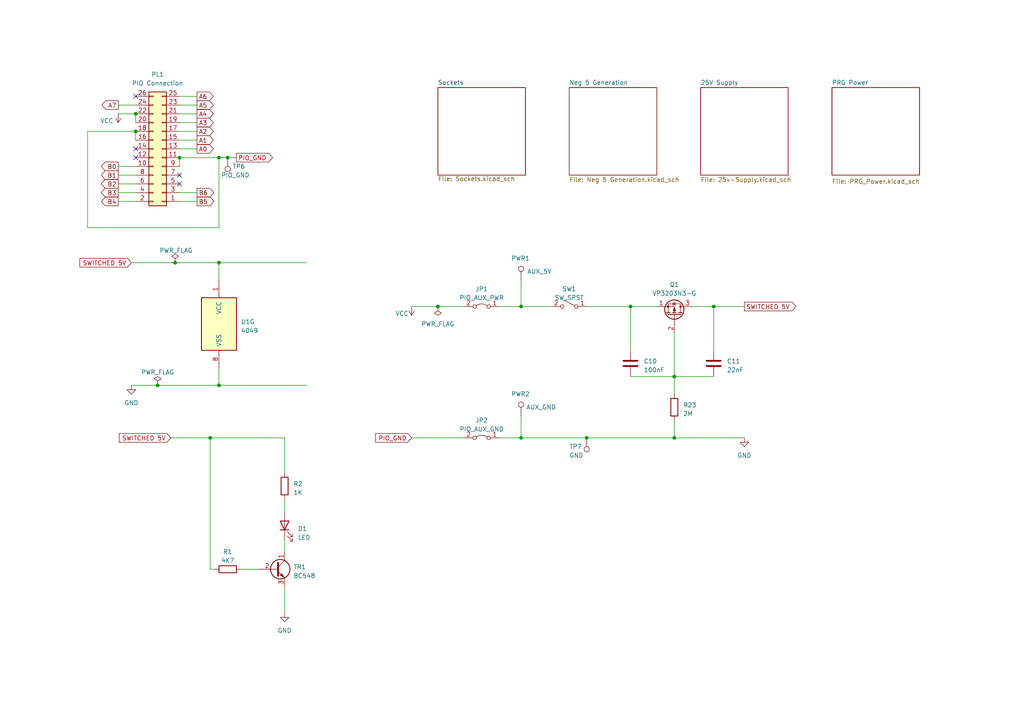
<source format=kicad_sch>
(kicad_sch (version 20231120) (generator "eeschema") (generator_version "8.0")
  (paper "A4")
  (title_block (title "EPROM Burner 2708 / 2716") (date "2023-09-01") (rev "2.6"))
  (lib_symbols
    (symbol "4xxx:4049" (pin_names (offset 1.016))
      (property "Reference" "U" (at 0 1.27 0))
      (property "Value" "4049" (at 0 -1.27 0))
      (symbol "4049_1_0"
        (polyline (pts (xy -3.81 3.81) (xy -3.81 -3.81) (xy 3.81 0) (xy -3.81 3.81)) (stroke (width 0.254)) (fill (type background)))
        (pin output inverted (at 7.62 0 180) (length 3.81) (name "~") (number "2"))
        (pin input line (at -7.62 0 0) (length 3.81) (name "~") (number "3"))
      )
      (symbol "4049_2_0"
        (polyline (pts (xy -3.81 3.81) (xy -3.81 -3.81) (xy 3.81 0) (xy -3.81 3.81)) (stroke (width 0.254)) (fill (type background)))
        (pin output inverted (at 7.62 0 180) (length 3.81) (name "~") (number "4"))
        (pin input line (at -7.62 0 0) (length 3.81) (name "~") (number "5"))
      )
      (symbol "4049_3_0"
        (polyline (pts (xy -3.81 3.81) (xy -3.81 -3.81) (xy 3.81 0) (xy -3.81 3.81)) (stroke (width 0.254)) (fill (type background)))
        (pin output inverted (at 7.62 0 180) (length 3.81) (name "~") (number "6"))
        (pin input line (at -7.62 0 0) (length 3.81) (name "~") (number "7"))
      )
      (symbol "4049_4_0"
        (polyline (pts (xy -3.81 3.81) (xy -3.81 -3.81) (xy 3.81 0) (xy -3.81 3.81)) (stroke (width 0.254)) (fill (type background)))
        (pin output inverted (at 7.62 0 180) (length 3.81) (name "~") (number "10"))
        (pin input line (at -7.62 0 0) (length 3.81) (name "~") (number "9"))
      )
      (symbol "4049_5_0"
        (polyline (pts (xy -3.81 3.81) (xy -3.81 -3.81) (xy 3.81 0) (xy -3.81 3.81)) (stroke (width 0.254)) (fill (type background)))
        (pin input line (at -7.62 0 0) (length 3.81) (name "~") (number "11"))
        (pin output inverted (at 7.62 0 180) (length 3.81) (name "~") (number "12"))
      )
      (symbol "4049_6_0"
        (polyline (pts (xy -3.81 3.81) (xy -3.81 -3.81) (xy 3.81 0) (xy -3.81 3.81)) (stroke (width 0.254)) (fill (type background)))
        (pin input line (at -7.62 0 0) (length 3.81) (name "~") (number "14"))
        (pin output inverted (at 7.62 0 180) (length 3.81) (name "~") (number "15"))
      )
      (symbol "4049_7_0"
        (pin power_in line (at 0 12.7 270) (length 5.08) (name "VCC") (number "1"))
        (pin power_in line (at 0 -12.7 90) (length 5.08) (name "VSS") (number "8"))
      )
      (symbol "4049_7_1"
        (rectangle (start -5.08 7.62) (end 5.08 -7.62) (stroke (width 0.254)) (fill (type background)))
      )
    )
    (symbol "Connector:TestPoint" (pin_numbers hide) (pin_names (offset 0.762) hide)
      (property "Reference" "TP" (at 0 6.858 0))
      (property "Value" "TestPoint" (at 0 5.08 0))
      (symbol "TestPoint_0_1"
        (circle (center 0 3.302) (radius 0.762))
      )
      (symbol "TestPoint_1_1"
        (pin passive line (at 0 0 90) (length 2.54) (name "1") (number "1"))
      )
    )
    (symbol "Connector_Generic:Conn_02x13_Odd_Even" (pin_names (offset 1.016) hide)
      (property "Reference" "J" (at 1.27 17.78 0))
      (property "Value" "Conn_02x13_Odd_Even" (at 1.27 -17.78 0))
      (symbol "Conn_02x13_Odd_Even_1_1"
        (rectangle (start -1.27 -15.113) (end 0 -15.367) (stroke (width 0.1524)))
        (rectangle (start -1.27 -12.573) (end 0 -12.827) (stroke (width 0.1524)))
        (rectangle (start -1.27 -10.033) (end 0 -10.287) (stroke (width 0.1524)))
        (rectangle (start -1.27 -7.493) (end 0 -7.747) (stroke (width 0.1524)))
        (rectangle (start -1.27 -4.953) (end 0 -5.207) (stroke (width 0.1524)))
        (rectangle (start -1.27 -2.413) (end 0 -2.667) (stroke (width 0.1524)))
        (rectangle (start -1.27 0.127) (end 0 -0.127) (stroke (width 0.1524)))
        (rectangle (start -1.27 2.667) (end 0 2.413) (stroke (width 0.1524)))
        (rectangle (start -1.27 5.207) (end 0 4.953) (stroke (width 0.1524)))
        (rectangle (start -1.27 7.747) (end 0 7.493) (stroke (width 0.1524)))
        (rectangle (start -1.27 10.287) (end 0 10.033) (stroke (width 0.1524)))
        (rectangle (start -1.27 12.827) (end 0 12.573) (stroke (width 0.1524)))
        (rectangle (start -1.27 15.367) (end 0 15.113) (stroke (width 0.1524)))
        (rectangle (start -1.27 16.51) (end 3.81 -16.51) (stroke (width 0.254)) (fill (type background)))
        (rectangle (start 3.81 -15.113) (end 2.54 -15.367) (stroke (width 0.1524)))
        (rectangle (start 3.81 -12.573) (end 2.54 -12.827) (stroke (width 0.1524)))
        (rectangle (start 3.81 -10.033) (end 2.54 -10.287) (stroke (width 0.1524)))
        (rectangle (start 3.81 -7.493) (end 2.54 -7.747) (stroke (width 0.1524)))
        (rectangle (start 3.81 -4.953) (end 2.54 -5.207) (stroke (width 0.1524)))
        (rectangle (start 3.81 -2.413) (end 2.54 -2.667) (stroke (width 0.1524)))
        (rectangle (start 3.81 0.127) (end 2.54 -0.127) (stroke (width 0.1524)))
        (rectangle (start 3.81 2.667) (end 2.54 2.413) (stroke (width 0.1524)))
        (rectangle (start 3.81 5.207) (end 2.54 4.953) (stroke (width 0.1524)))
        (rectangle (start 3.81 7.747) (end 2.54 7.493) (stroke (width 0.1524)))
        (rectangle (start 3.81 10.287) (end 2.54 10.033) (stroke (width 0.1524)))
        (rectangle (start 3.81 12.827) (end 2.54 12.573) (stroke (width 0.1524)))
        (rectangle (start 3.81 15.367) (end 2.54 15.113) (stroke (width 0.1524)))
        (pin passive line (at -5.08 15.24 0) (length 3.81) (name "Pin_1") (number "1"))
        (pin passive line (at 7.62 5.08 180) (length 3.81) (name "Pin_10") (number "10"))
        (pin passive line (at -5.08 2.54 0) (length 3.81) (name "Pin_11") (number "11"))
        (pin passive line (at 7.62 2.54 180) (length 3.81) (name "Pin_12") (number "12"))
        (pin passive line (at -5.08 0 0) (length 3.81) (name "Pin_13") (number "13"))
        (pin passive line (at 7.62 0 180) (length 3.81) (name "Pin_14") (number "14"))
        (pin passive line (at -5.08 -2.54 0) (length 3.81) (name "Pin_15") (number "15"))
        (pin passive line (at 7.62 -2.54 180) (length 3.81) (name "Pin_16") (number "16"))
        (pin passive line (at -5.08 -5.08 0) (length 3.81) (name "Pin_17") (number "17"))
        (pin passive line (at 7.62 -5.08 180) (length 3.81) (name "Pin_18") (number "18"))
        (pin passive line (at -5.08 -7.62 0) (length 3.81) (name "Pin_19") (number "19"))
        (pin passive line (at 7.62 15.24 180) (length 3.81) (name "Pin_2") (number "2"))
        (pin passive line (at 7.62 -7.62 180) (length 3.81) (name "Pin_20") (number "20"))
        (pin passive line (at -5.08 -10.16 0) (length 3.81) (name "Pin_21") (number "21"))
        (pin passive line (at 7.62 -10.16 180) (length 3.81) (name "Pin_22") (number "22"))
        (pin passive line (at -5.08 -12.7 0) (length 3.81) (name "Pin_23") (number "23"))
        (pin passive line (at 7.62 -12.7 180) (length 3.81) (name "Pin_24") (number "24"))
        (pin passive line (at -5.08 -15.24 0) (length 3.81) (name "Pin_25") (number "25"))
        (pin passive line (at 7.62 -15.24 180) (length 3.81) (name "Pin_26") (number "26"))
        (pin passive line (at -5.08 12.7 0) (length 3.81) (name "Pin_3") (number "3"))
        (pin passive line (at 7.62 12.7 180) (length 3.81) (name "Pin_4") (number "4"))
        (pin passive line (at -5.08 10.16 0) (length 3.81) (name "Pin_5") (number "5"))
        (pin passive line (at 7.62 10.16 180) (length 3.81) (name "Pin_6") (number "6"))
        (pin passive line (at -5.08 7.62 0) (length 3.81) (name "Pin_7") (number "7"))
        (pin passive line (at 7.62 7.62 180) (length 3.81) (name "Pin_8") (number "8"))
        (pin passive line (at -5.08 5.08 0) (length 3.81) (name "Pin_9") (number "9"))
      )
    )
    (symbol "Device:C" (pin_numbers hide) (pin_names (offset 0.254))
      (property "Reference" "C" (at 0.635 2.54 0))
      (property "Value" "C" (at 0.635 -2.54 0))
      (symbol "C_0_1"
        (polyline (pts (xy -2.032 -0.762) (xy 2.032 -0.762)) (stroke (width 0.508)))
        (polyline (pts (xy -2.032 0.762) (xy 2.032 0.762)) (stroke (width 0.508)))
      )
      (symbol "C_1_1"
        (pin passive line (at 0 3.81 270) (length 2.794) (name "~") (number "1"))
        (pin passive line (at 0 -3.81 90) (length 2.794) (name "~") (number "2"))
      )
    )
    (symbol "Device:LED" (pin_numbers hide) (pin_names (offset 1.016) hide)
      (property "Reference" "D" (at 0 2.54 0))
      (property "Value" "LED" (at 0 -2.54 0))
      (symbol "LED_0_1"
        (polyline (pts (xy -1.27 -1.27) (xy -1.27 1.27)) (stroke (width 0.254)))
        (polyline (pts (xy -1.27 0) (xy 1.27 0)))
        (polyline (pts (xy 1.27 -1.27) (xy 1.27 1.27) (xy -1.27 0) (xy 1.27 -1.27)) (stroke (width 0.254)))
        (polyline (pts (xy -3.048 -0.762) (xy -4.572 -2.286) (xy -3.81 -2.286) (xy -4.572 -2.286) (xy -4.572 -1.524)))
        (polyline (pts (xy -1.778 -0.762) (xy -3.302 -2.286) (xy -2.54 -2.286) (xy -3.302 -2.286) (xy -3.302 -1.524)))
      )
      (symbol "LED_1_1"
        (pin passive line (at -3.81 0 0) (length 2.54) (name "K") (number "1"))
        (pin passive line (at 3.81 0 180) (length 2.54) (name "A") (number "2"))
      )
    )
    (symbol "Device:R" (pin_numbers hide) (pin_names (offset 0))
      (property "Reference" "R" (at 2.032 0 90))
      (property "Value" "R" (at 0 0 90))
      (symbol "R_0_1"
        (rectangle (start -1.016 -2.54) (end 1.016 2.54) (stroke (width 0.254)))
      )
      (symbol "R_1_1"
        (pin passive line (at 0 3.81 270) (length 1.27) (name "~") (number "1"))
        (pin passive line (at 0 -3.81 90) (length 1.27) (name "~") (number "2"))
      )
    )
    (symbol "Jumper:Jumper_2_Bridged" (pin_names (offset 0) hide)
      (property "Reference" "JP" (at 0 1.905 0))
      (property "Value" "Jumper_2_Bridged" (at 0 -2.54 0))
      (symbol "Jumper_2_Bridged_0_0"
        (circle (center -2.032 0) (radius 0.508))
        (circle (center 2.032 0) (radius 0.508))
      )
      (symbol "Jumper_2_Bridged_0_1"
        (arc (start 1.524 0.254) (mid 0 0.762) (end -1.524 0.254))
      )
      (symbol "Jumper_2_Bridged_1_1"
        (pin passive line (at -5.08 0 0) (length 2.54) (name "A") (number "1"))
        (pin passive line (at 5.08 0 180) (length 2.54) (name "B") (number "2"))
      )
    )
    (symbol "Switch:SW_SPST" (pin_names (offset 0) hide)
      (property "Reference" "SW" (at 0 3.175 0))
      (property "Value" "SW_SPST" (at 0 -2.54 0))
      (symbol "SW_SPST_0_0"
        (circle (center -2.032 0) (radius 0.508))
        (polyline (pts (xy -1.524 0.254) (xy 1.524 1.778)))
        (circle (center 2.032 0) (radius 0.508))
      )
      (symbol "SW_SPST_1_1"
        (pin passive line (at -5.08 0 0) (length 2.54) (name "A") (number "1"))
        (pin passive line (at 5.08 0 180) (length 2.54) (name "B") (number "2"))
      )
    )
    (symbol "Transistor_BJT:BC548" (pin_names (offset 0) hide)
      (property "Reference" "Q" (at 5.08 1.905 0))
      (property "Value" "BC548" (at 5.08 0 0))
      (symbol "BC548_0_1"
        (polyline (pts (xy 0 0) (xy 0.635 0)))
        (polyline (pts (xy 0.635 0.635) (xy 2.54 2.54)))
        (polyline (pts (xy 0.635 -0.635) (xy 2.54 -2.54) (xy 2.54 -2.54)))
        (polyline (pts (xy 0.635 1.905) (xy 0.635 -1.905) (xy 0.635 -1.905)) (stroke (width 0.508)))
        (polyline (pts (xy 1.27 -1.778) (xy 1.778 -1.27) (xy 2.286 -2.286) (xy 1.27 -1.778) (xy 1.27 -1.778)) (fill (type outline)))
        (circle (center 1.27 0) (radius 2.8194) (stroke (width 0.254)))
      )
      (symbol "BC548_1_1"
        (pin passive line (at 2.54 5.08 270) (length 2.54) (name "C") (number "1"))
        (pin input line (at -5.08 0 0) (length 5.08) (name "B") (number "2"))
        (pin passive line (at 2.54 -5.08 90) (length 2.54) (name "E") (number "3"))
      )
    )
    (symbol "Transistor_FET:VP0610L" (pin_names hide)
      (property "Reference" "Q" (at 5.08 1.905 0))
      (property "Value" "VP0610L" (at 5.08 0 0))
      (symbol "VP0610L_0_1"
        (polyline (pts (xy 0.254 0) (xy -2.54 0)))
        (polyline (pts (xy 0.254 1.905) (xy 0.254 -1.905)) (stroke (width 0.254)))
        (polyline (pts (xy 0.762 -1.27) (xy 0.762 -2.286)) (stroke (width 0.254)))
        (polyline (pts (xy 0.762 0.508) (xy 0.762 -0.508)) (stroke (width 0.254)))
        (polyline (pts (xy 0.762 2.286) (xy 0.762 1.27)) (stroke (width 0.254)))
        (polyline (pts (xy 2.54 2.54) (xy 2.54 1.778)))
        (polyline (pts (xy 2.54 -2.54) (xy 2.54 0) (xy 0.762 0)))
        (polyline (pts (xy 0.762 1.778) (xy 3.302 1.778) (xy 3.302 -1.778) (xy 0.762 -1.778)))
        (polyline (pts (xy 2.286 0) (xy 1.27 0.381) (xy 1.27 -0.381) (xy 2.286 0)) (fill (type outline)))
        (polyline (pts (xy 2.794 -0.508) (xy 2.921 -0.381) (xy 3.683 -0.381) (xy 3.81 -0.254)))
        (polyline (pts (xy 3.302 -0.381) (xy 2.921 0.254) (xy 3.683 0.254) (xy 3.302 -0.381)))
        (circle (center 1.651 0) (radius 2.794) (stroke (width 0.254)))
        (circle (center 2.54 -1.778) (radius 0.254) (fill (type outline)))
        (circle (center 2.54 1.778) (radius 0.254) (fill (type outline)))
      )
      (symbol "VP0610L_1_1"
        (pin passive line (at 2.54 -5.08 90) (length 2.54) (name "S") (number "1"))
        (pin input line (at -5.08 0 0) (length 2.54) (name "G") (number "2"))
        (pin passive line (at 2.54 5.08 270) (length 2.54) (name "D") (number "3"))
      )
    )
    (symbol "power:GND" (power) (pin_names (offset 0))
      (property "Value" "GND" (at 0 -3.81 0))
      (symbol "GND_0_1"
        (polyline (pts (xy 0 0) (xy 0 -1.27) (xy 1.27 -1.27) (xy 0 -2.54) (xy -1.27 -1.27) (xy 0 -1.27)))
      )
      (symbol "GND_1_1"
        (pin power_in line (at 0 0 270) (length 0) hide (name "GND") (number "1"))
      )
    )
    (symbol "power:PWR_FLAG" (power) (pin_numbers hide) (pin_names (offset 0) hide)
      (property "Value" "PWR_FLAG" (at 0 3.81 0))
      (symbol "PWR_FLAG_0_0"
        (pin power_out line (at 0 0 90) (length 0) (name "pwr") (number "1"))
      )
      (symbol "PWR_FLAG_0_1"
        (polyline (pts (xy 0 0) (xy 0 1.27) (xy -1.016 1.905) (xy 0 2.54) (xy 1.016 1.905) (xy 0 1.27)))
      )
    )
    (symbol "power:VCC" (power) (pin_names (offset 0))
      (property "Value" "VCC" (at 0 3.81 0))
      (symbol "VCC_0_1"
        (polyline (pts (xy -0.762 1.27) (xy 0 2.54)))
        (polyline (pts (xy 0 0) (xy 0 2.54)))
        (polyline (pts (xy 0 2.54) (xy 0.762 1.27)))
      )
      (symbol "VCC_1_1"
        (pin power_in line (at 0 0 90) (length 0) hide (name "VCC") (number "1"))
      )
    )
  )
  (junction (at 45.72 111.76))
  (junction (at 182.88 88.9))
  (junction (at 127 88.9))
  (junction (at 39.37 38.1))
  (junction (at 60.96 127))
  (junction (at 170.18 127))
  (junction (at 50.8 76.2))
  (junction (at 66.04 45.72))
  (junction (at 151.13 88.9))
  (junction (at 195.58 127))
  (junction (at 63.5 111.76))
  (junction (at 39.37 33.02))
  (junction (at 63.5 45.72))
  (junction (at 52.07 45.72))
  (junction (at 63.5 76.2))
  (junction (at 195.58 109.22))
  (junction (at 151.13 127))
  (junction (at 207.01 88.9))
  (no_connect (at 39.37 43.18))
  (no_connect (at 52.07 50.8))
  (no_connect (at 52.07 53.34))
  (no_connect (at 39.37 45.72))
  (no_connect (at 39.37 27.94))
  (wire (pts (xy 151.13 81.28) (xy 151.13 88.9)))
  (wire (pts (xy 82.55 127) (xy 60.96 127)))
  (wire (pts (xy 134.62 88.9) (xy 127 88.9)))
  (wire (pts (xy 182.88 88.9) (xy 190.5 88.9)))
  (wire (pts (xy 63.5 76.2) (xy 88.9 76.2)))
  (wire (pts (xy 207.01 88.9) (xy 207.01 101.6)))
  (wire (pts (xy 52.07 43.18) (xy 57.15 43.18)))
  (wire (pts (xy 66.04 45.72) (xy 68.58 45.72)))
  (wire (pts (xy 195.58 121.92) (xy 195.58 127)))
  (wire (pts (xy 52.07 27.94) (xy 57.15 27.94)))
  (wire (pts (xy 63.5 45.72) (xy 63.5 66.04)))
  (wire (pts (xy 62.23 165.1) (xy 60.96 165.1)))
  (wire (pts (xy 38.1 76.2) (xy 50.8 76.2)))
  (wire (pts (xy 60.96 165.1) (xy 60.96 127)))
  (wire (pts (xy 50.8 76.2) (xy 63.5 76.2)))
  (wire (pts (xy 25.4 38.1) (xy 25.4 66.04)))
  (wire (pts (xy 182.88 109.22) (xy 195.58 109.22)))
  (wire (pts (xy 151.13 88.9) (xy 144.78 88.9)))
  (wire (pts (xy 52.07 33.02) (xy 57.15 33.02)))
  (wire (pts (xy 34.29 33.02) (xy 39.37 33.02)))
  (wire (pts (xy 38.1 111.76) (xy 45.72 111.76)))
  (wire (pts (xy 134.62 127) (xy 119.38 127)))
  (wire (pts (xy 207.01 88.9) (xy 215.9 88.9)))
  (wire (pts (xy 52.07 35.56) (xy 57.15 35.56)))
  (wire (pts (xy 52.07 45.72) (xy 52.07 48.26)))
  (wire (pts (xy 82.55 170.18) (xy 82.55 177.8)))
  (wire (pts (xy 195.58 109.22) (xy 207.01 109.22)))
  (wire (pts (xy 39.37 55.88) (xy 34.29 55.88)))
  (wire (pts (xy 39.37 50.8) (xy 34.29 50.8)))
  (wire (pts (xy 25.4 38.1) (xy 39.37 38.1)))
  (wire (pts (xy 215.9 127) (xy 195.58 127)))
  (wire (pts (xy 195.58 109.22) (xy 195.58 114.3)))
  (wire (pts (xy 195.58 127) (xy 170.18 127)))
  (wire (pts (xy 52.07 38.1) (xy 57.15 38.1)))
  (wire (pts (xy 49.53 127) (xy 60.96 127)))
  (wire (pts (xy 45.72 111.76) (xy 63.5 111.76)))
  (wire (pts (xy 52.07 58.42) (xy 57.15 58.42)))
  (wire (pts (xy 39.37 33.02) (xy 39.37 35.56)))
  (wire (pts (xy 82.55 156.21) (xy 82.55 160.02)))
  (wire (pts (xy 25.4 66.04) (xy 63.5 66.04)))
  (wire (pts (xy 52.07 30.48) (xy 57.15 30.48)))
  (wire (pts (xy 195.58 96.52) (xy 195.58 109.22)))
  (wire (pts (xy 151.13 127) (xy 144.78 127)))
  (wire (pts (xy 151.13 120.65) (xy 151.13 127)))
  (wire (pts (xy 63.5 111.76) (xy 88.9 111.76)))
  (wire (pts (xy 63.5 106.68) (xy 63.5 111.76)))
  (wire (pts (xy 63.5 45.72) (xy 66.04 45.72)))
  (wire (pts (xy 52.07 55.88) (xy 57.15 55.88)))
  (wire (pts (xy 63.5 76.2) (xy 63.5 81.28)))
  (wire (pts (xy 127 88.9) (xy 119.38 88.9)))
  (wire (pts (xy 39.37 38.1) (xy 39.37 40.64)))
  (wire (pts (xy 39.37 48.26) (xy 34.29 48.26)))
  (wire (pts (xy 151.13 88.9) (xy 160.02 88.9)))
  (wire (pts (xy 200.66 88.9) (xy 207.01 88.9)))
  (wire (pts (xy 39.37 53.34) (xy 34.29 53.34)))
  (wire (pts (xy 170.18 88.9) (xy 182.88 88.9)))
  (wire (pts (xy 34.29 30.48) (xy 39.37 30.48)))
  (wire (pts (xy 82.55 144.78) (xy 82.55 148.59)))
  (wire (pts (xy 69.85 165.1) (xy 74.93 165.1)))
  (wire (pts (xy 182.88 88.9) (xy 182.88 101.6)))
  (wire (pts (xy 82.55 137.16) (xy 82.55 127)))
  (wire (pts (xy 52.07 45.72) (xy 63.5 45.72)))
  (wire (pts (xy 52.07 40.64) (xy 57.15 40.64)))
  (wire (pts (xy 39.37 58.42) (xy 34.29 58.42)))
  (wire (pts (xy 170.18 127) (xy 151.13 127)))
  (global_label "B6" (shape output) (at 57.15 55.88 0) (property "Intersheetrefs" "${INTERSHEET_REFS}" (effects (hide yes))))
  (global_label "B5" (shape output) (at 57.15 58.42 0) (property "Intersheetrefs" "${INTERSHEET_REFS}" (effects (hide yes))))
  (global_label "A7" (shape output) (at 34.29 30.48 180) (property "Intersheetrefs" "${INTERSHEET_REFS}" (effects (hide yes))))
  (global_label "B1" (shape output) (at 34.29 50.8 180) (property "Intersheetrefs" "${INTERSHEET_REFS}" (effects (hide yes))))
  (global_label "A5" (shape output) (at 57.15 30.48 0) (property "Intersheetrefs" "${INTERSHEET_REFS}" (effects (hide yes))))
  (global_label "B0" (shape output) (at 34.29 48.26 180) (property "Intersheetrefs" "${INTERSHEET_REFS}" (effects (hide yes))))
  (global_label "A3" (shape output) (at 57.15 35.56 0) (property "Intersheetrefs" "${INTERSHEET_REFS}" (effects (hide yes))))
  (global_label "A1" (shape output) (at 57.15 40.64 0) (property "Intersheetrefs" "${INTERSHEET_REFS}" (effects (hide yes))))
  (global_label "PIO_GND" (shape output) (at 68.58 45.72 0) (property "Intersheetrefs" "${INTERSHEET_REFS}" (effects (hide yes))))
  (global_label "SWITCHED 5V" (shape input) (at 49.53 127 180) (property "Intersheetrefs" "${INTERSHEET_REFS}" (effects (hide yes))))
  (global_label "PIO_GND" (shape input) (at 119.38 127 180) (property "Intersheetrefs" "${INTERSHEET_REFS}" (effects (hide yes))))
  (global_label "A6" (shape output) (at 57.15 27.94 0) (property "Intersheetrefs" "${INTERSHEET_REFS}" (effects (hide yes))))
  (global_label "SWITCHED 5V" (shape input) (at 38.1 76.2 180) (property "Intersheetrefs" "${INTERSHEET_REFS}" (effects (hide yes))))
  (global_label "SWITCHED 5V" (shape output) (at 215.9 88.9 0) (property "Intersheetrefs" "${INTERSHEET_REFS}" (effects (hide yes))))
  (global_label "B2" (shape output) (at 34.29 53.34 180) (property "Intersheetrefs" "${INTERSHEET_REFS}" (effects (hide yes))))
  (global_label "A2" (shape output) (at 57.15 38.1 0) (property "Intersheetrefs" "${INTERSHEET_REFS}" (effects (hide yes))))
  (global_label "B4" (shape output) (at 34.29 58.42 180) (property "Intersheetrefs" "${INTERSHEET_REFS}" (effects (hide yes))))
  (global_label "B3" (shape output) (at 34.29 55.88 180) (property "Intersheetrefs" "${INTERSHEET_REFS}" (effects (hide yes))))
  (global_label "A4" (shape output) (at 57.15 33.02 0) (property "Intersheetrefs" "${INTERSHEET_REFS}" (effects (hide yes))))
  (global_label "A0" (shape output) (at 57.15 43.18 0) (property "Intersheetrefs" "${INTERSHEET_REFS}" (effects (hide yes))))
  (symbol (lib_id "power:PWR_FLAG") (at 45.72 111.76 0) (unit 1)
    (property "Reference" "#FLG02" (effects (hide yes)))
    (property "Value" "PWR_FLAG" (at 45.72 107.95 0))
  )
  (symbol (lib_id "Transistor_FET:VP0610L") (at 195.58 91.44 270) (mirror x) (unit 1)
    (property "Reference" "Q1" (at 195.58 82.55 90))
    (property "Value" "VP3203N3-G" (at 195.58 85.09 90))
    (property "Footprint" "Package_TO_SOT_THT:TO-92L_Inline_Wide" (effects (hide yes)))
    (property "Datasheet" "http://www.vishay.com/docs/70209/70209.pdf" (effects (hide yes)))
  )
  (symbol (lib_id "4xxx:4049") (at 63.5 93.98 0) (unit 7)
    (property "Reference" "U1" (at 69.85 93.345 0) (effects (justify left)))
    (property "Value" "4049" (at 69.85 95.885 0) (effects (justify left)))
    (property "Footprint" "Package_DIP:DIP-16_W7.62mm_Socket" (effects (hide yes)))
    (property "Datasheet" "http://www.intersil.com/content/dam/intersil/documents/cd40/cd4049ubms.pdf" (effects (hide yes)))
  )
  (symbol (lib_id "Device:C") (at 207.01 105.41 0) (unit 1)
    (property "Reference" "C11" (at 210.82 104.775 0) (effects (justify left)))
    (property "Value" "22nF" (at 210.82 107.315 0) (effects (justify left)))
    (property "Footprint" "Capacitor_THT:C_Disc_D5.0mm_W2.5mm_P5.00mm" (effects (hide yes)))
  )
  (symbol (lib_id "power:PWR_FLAG") (at 127 88.9 180) (unit 1)
    (property "Reference" "#FLG01" (effects (hide yes)))
    (property "Value" "PWR_FLAG" (at 127 93.98 0))
  )
  (symbol (lib_id "power:VCC") (at 119.38 88.9 180) (unit 1)
    (property "Reference" "#PWR06" (effects (hide yes)))
    (property "Value" "VCC" (at 116.586 90.932 0))
  )
  (symbol (lib_id "Connector:TestPoint") (at 151.13 120.65 0) (mirror y) (unit 1)
    (property "Reference" "PWR2" (at 153.67 114.3 0) (effects (justify left)))
    (property "Value" "AUX_GND" (at 161.29 118.11 0) (effects (justify left)))
    (property "Footprint" "TestPoint:TestPoint_THTPad_4.0x4.0mm_Drill2.0mm" (effects (hide yes)))
  )
  (symbol (lib_id "Connector_Generic:Conn_02x13_Odd_Even") (at 46.99 43.18 180) (unit 1)
    (property "Reference" "PL1" (at 45.72 21.59 0))
    (property "Value" "PIO Connection" (at 45.72 24.13 0))
    (property "Footprint" "Connector_PinHeader_2.54mm:PinHeader_2x13_P2.54mm_Vertical" (effects (hide yes)))
  )
  (symbol (lib_id "Transistor_BJT:BC548") (at 80.01 165.1 0) (unit 1)
    (property "Reference" "TR1" (at 85.09 164.465 0) (effects (justify left)))
    (property "Value" "BC548" (at 85.09 167.005 0) (effects (justify left)))
    (property "Footprint" "Package_TO_SOT_THT:TO-92_Inline_Wide" (effects (hide yes)))
    (property "Datasheet" "https://www.onsemi.com/pub/Collateral/BC550-D.pdf" (effects (hide yes)))
  )
  (symbol (lib_id "Device:R") (at 195.58 118.11 0) (unit 1)
    (property "Reference" "R23" (at 198.12 117.475 0) (effects (justify left)))
    (property "Value" "2M" (at 198.12 120.015 0) (effects (justify left)))
    (property "Footprint" "Resistor_THT:R_Axial_DIN0309_L9.0mm_D3.2mm_P12.70mm_Horizontal" (effects (hide yes)))
  )
  (symbol (lib_id "Device:R") (at 66.04 165.1 90) (unit 1)
    (property "Reference" "R1" (at 66.04 160.02 90))
    (property "Value" "4K7" (at 66.04 162.56 90))
    (property "Footprint" "Resistor_THT:R_Axial_DIN0309_L9.0mm_D3.2mm_P12.70mm_Horizontal" (effects (hide yes)))
  )
  (symbol (lib_id "Device:LED") (at 82.55 152.4 90) (unit 1)
    (property "Reference" "D1" (at 86.36 153.3525 90) (effects (justify right)))
    (property "Value" "LED" (at 86.36 155.8925 90) (effects (justify right)))
    (property "Footprint" "LED_THT:LED_D3.0mm" (effects (hide yes)))
  )
  (symbol (lib_id "power:GND") (at 82.55 177.8 0) (unit 1)
    (property "Reference" "#PWR07" (effects (hide yes)))
    (property "Value" "GND" (at 82.55 182.88 0))
  )
  (symbol (lib_id "Connector:TestPoint") (at 170.18 127 180) (unit 1)
    (property "Reference" "TP7" (at 165.1 129.54 0) (effects (justify right)))
    (property "Value" "GND" (at 165.1 132.08 0) (effects (justify right)))
    (property "Footprint" "TestPoint:TestPoint_THTPad_2.0x2.0mm_Drill1.0mm" (effects (hide yes)))
  )
  (symbol (lib_id "Device:R") (at 82.55 140.97 0) (unit 1)
    (property "Reference" "R2" (at 85.09 140.335 0) (effects (justify left)))
    (property "Value" "1K" (at 85.09 142.875 0) (effects (justify left)))
    (property "Footprint" "Resistor_THT:R_Axial_DIN0309_L9.0mm_D3.2mm_P12.70mm_Horizontal" (effects (hide yes)))
  )
  (symbol (lib_id "Device:C") (at 182.88 105.41 0) (unit 1)
    (property "Reference" "C10" (at 186.69 104.775 0) (effects (justify left)))
    (property "Value" "100nF" (at 186.69 107.315 0) (effects (justify left)))
    (property "Footprint" "Capacitor_THT:C_Disc_D5.0mm_W2.5mm_P5.00mm" (effects (hide yes)))
  )
  (symbol (lib_id "Switch:SW_SPST") (at 165.1 88.9 0) (mirror y) (unit 1)
    (property "Reference" "SW1" (at 165.1 83.82 0))
    (property "Value" "SW_SPST" (at 165.1 86.36 0))
    (property "Footprint" "Button_Switch_THT:SW_DIP_SPSTx01_Slide_6.7x4.1mm_W7.62mm_P2.54mm_LowProfile" (effects (hide yes)))
  )
  (symbol (lib_id "power:GND") (at 38.1 111.76 0) (unit 1)
    (property "Reference" "#PWR04" (effects (hide yes)))
    (property "Value" "GND" (at 38.1 116.84 0))
  )
  (symbol (lib_id "Jumper:Jumper_2_Bridged") (at 139.7 88.9 0) (mirror y) (unit 1)
    (property "Reference" "JP1" (at 139.7 83.82 0))
    (property "Value" "PIO_AUX_PWR" (at 139.7 86.36 0))
    (property "Footprint" "Connector_PinHeader_2.54mm:PinHeader_1x02_P2.54mm_Vertical" (effects (hide yes)))
  )
  (symbol (lib_id "power:PWR_FLAG") (at 50.8 76.2 0) (unit 1)
    (property "Reference" "#FLG03" (effects (hide yes)))
    (property "Value" "PWR_FLAG" (at 51.054 72.644 0))
  )
  (symbol (lib_id "Jumper:Jumper_2_Bridged") (at 139.7 127 0) (mirror y) (unit 1)
    (property "Reference" "JP2" (at 139.7 121.92 0))
    (property "Value" "PIO_AUX_GND" (at 139.7 124.46 0))
    (property "Footprint" "Connector_PinHeader_2.54mm:PinHeader_1x02_P2.54mm_Vertical" (effects (hide yes)))
  )
  (symbol (lib_id "Connector:TestPoint") (at 66.04 45.72 0) (mirror x) (unit 1)
    (property "Reference" "TP6" (at 71.12 48.26 0) (effects (justify right)))
    (property "Value" "PIO_GND" (at 72.39 50.8 0) (effects (justify right)))
    (property "Footprint" "TestPoint:TestPoint_THTPad_2.0x2.0mm_Drill1.0mm" (effects (hide yes)))
  )
  (symbol (lib_id "power:VCC") (at 34.29 33.02 180) (unit 1)
    (property "Reference" "#PWR01" (effects (hide yes)))
    (property "Value" "VCC" (at 30.988 35.052 0))
  )
  (symbol (lib_id "Connector:TestPoint") (at 151.13 81.28 0) (mirror y) (unit 1)
    (property "Reference" "PWR1" (at 153.67 74.93 0) (effects (justify left)))
    (property "Value" "AUX_5V" (at 160.02 78.74 0) (effects (justify left)))
    (property "Footprint" "TestPoint:TestPoint_THTPad_4.0x4.0mm_Drill2.0mm" (effects (hide yes)))
  )
  (symbol (lib_id "power:GND") (at 215.9 127 0) (mirror y) (unit 1)
    (property "Reference" "#PWR02" (effects (hide yes)))
    (property "Value" "GND" (at 215.9 132.08 0))
  )
  (sheet (at 241.3 25.4) (size 25.4 25.4) (stroke (width 0.1524))
    (property "Sheetname" "PRG Power" (at 241.3 24.6884 0) (effects (justify left bottom)))
    (property "Sheetfile" "PRG_Power.kicad_sch" (at 241.3 51.8926 0) (effects (justify left top)))
  )
  (sheet (at 203.2 25.4) (size 25.4 25.4) (stroke (width 0.1524))
    (property "Sheetname" "25V Supply" (at 203.2 24.6884 0) (effects (justify left bottom)))
    (property "Sheetfile" "25v-Supply.kicad_sch" (at 203.2 51.3846 0) (effects (justify left top)))
  )
  (sheet (at 127 25.4) (size 25.4 25.4) (stroke (width 0.1524))
    (property "Sheetname" "Sockets" (at 127 24.6884 0) (effects (justify left bottom)))
    (property "Sheetfile" "Sockets.kicad_sch" (at 127 51.1306 0) (effects (justify left top)))
  )
  (sheet (at 165.1 25.4) (size 25.4 25.4) (stroke (width 0.1524))
    (property "Sheetname" "Neg 5 Generation" (at 165.1 24.6884 0) (effects (justify left bottom)))
    (property "Sheetfile" "Neg 5 Generation.kicad_sch" (at 165.1 51.3846 0) (effects (justify left top)))
  )
)
</source>
